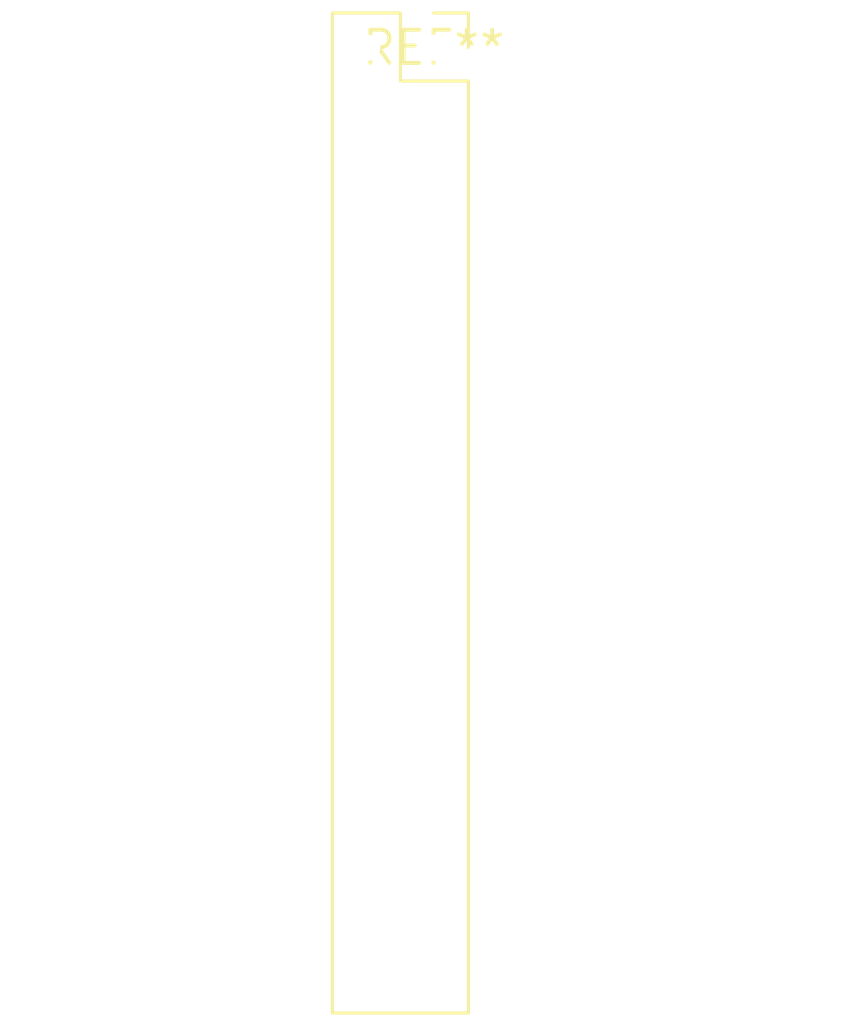
<source format=kicad_pcb>
(kicad_pcb (version 20240108) (generator pcbnew)
  (layers (0 "F.Cu" signal) (31 "B.Cu" signal) (34 "B.Paste" user) (35 "F.Paste" user) (36 "B.SilkS" user "B.Silkscreen") (37 "F.SilkS" user "F.Silkscreen") (38 "B.Mask" user) (39 "F.Mask" user) (44 "Edge.Cuts" user))
  (net 0 "")
  (footprint "PinSocket_2x15_P2.54mm_Vertical" (layer "F.Cu") (at 0 0)
    (property "Reference" "REF**")
    (property "Value" "PinSocket_2x15_P2.54mm_Vertical")
    (fp_line (start -3.87 -1.33) (end -3.87 36.89) (layer "F.SilkS") (stroke (width 0.12)))
    (fp_line (start -3.87 -1.33) (end -1.27 -1.33) (layer "F.SilkS") (stroke (width 0.12)))
    (fp_line (start -3.87 36.89) (end 1.33 36.89) (layer "F.SilkS") (stroke (width 0.12)))
    (fp_line (start -1.27 -1.33) (end -1.27 1.27) (layer "F.SilkS") (stroke (width 0.12)))
    (fp_line (start -1.27 1.27) (end 1.33 1.27) (layer "F.SilkS") (stroke (width 0.12)))
    (fp_line (start 0 -1.33) (end 1.33 -1.33) (layer "F.SilkS") (stroke (width 0.12)))
    (fp_line (start 1.33 -1.33) (end 1.33 0) (layer "F.SilkS") (stroke (width 0.12)))
    (fp_line (start 1.33 1.27) (end 1.33 36.89) (layer "F.SilkS") (stroke (width 0.12)))
    (pad "1" thru_hole rect (at 0 0) (size 1.7 1.7) (drill 1) (layers *.Cu *.Mask) (remove_unused_layers))
    (pad "2" thru_hole oval (at -2.54 0) (size 1.7 1.7) (drill 1) (layers *.Cu *.Mask) (remove_unused_layers))
    (pad "3" thru_hole oval (at 0 2.54) (size 1.7 1.7) (drill 1) (layers *.Cu *.Mask) (remove_unused_layers))
    (pad "4" thru_hole oval (at -2.54 2.54) (size 1.7 1.7) (drill 1) (layers *.Cu *.Mask) (remove_unused_layers))
    (pad "5" thru_hole oval (at 0 5.08) (size 1.7 1.7) (drill 1) (layers *.Cu *.Mask) (remove_unused_layers))
    (pad "6" thru_hole oval (at -2.54 5.08) (size 1.7 1.7) (drill 1) (layers *.Cu *.Mask) (remove_unused_layers))
    (pad "7" thru_hole oval (at 0 7.62) (size 1.7 1.7) (drill 1) (layers *.Cu *.Mask) (remove_unused_layers))
    (pad "8" thru_hole oval (at -2.54 7.62) (size 1.7 1.7) (drill 1) (layers *.Cu *.Mask) (remove_unused_layers))
    (pad "9" thru_hole oval (at 0 10.16) (size 1.7 1.7) (drill 1) (layers *.Cu *.Mask) (remove_unused_layers))
    (pad "10" thru_hole oval (at -2.54 10.16) (size 1.7 1.7) (drill 1) (layers *.Cu *.Mask) (remove_unused_layers))
    (pad "11" thru_hole oval (at 0 12.7) (size 1.7 1.7) (drill 1) (layers *.Cu *.Mask) (remove_unused_layers))
    (pad "12" thru_hole oval (at -2.54 12.7) (size 1.7 1.7) (drill 1) (layers *.Cu *.Mask) (remove_unused_layers))
    (pad "13" thru_hole oval (at 0 15.24) (size 1.7 1.7) (drill 1) (layers *.Cu *.Mask) (remove_unused_layers))
    (pad "14" thru_hole oval (at -2.54 15.24) (size 1.7 1.7) (drill 1) (layers *.Cu *.Mask) (remove_unused_layers))
    (pad "15" thru_hole oval (at 0 17.78) (size 1.7 1.7) (drill 1) (layers *.Cu *.Mask) (remove_unused_layers))
    (pad "16" thru_hole oval (at -2.54 17.78) (size 1.7 1.7) (drill 1) (layers *.Cu *.Mask) (remove_unused_layers))
    (pad "17" thru_hole oval (at 0 20.32) (size 1.7 1.7) (drill 1) (layers *.Cu *.Mask) (remove_unused_layers))
    (pad "18" thru_hole oval (at -2.54 20.32) (size 1.7 1.7) (drill 1) (layers *.Cu *.Mask) (remove_unused_layers))
    (pad "19" thru_hole oval (at 0 22.86) (size 1.7 1.7) (drill 1) (layers *.Cu *.Mask) (remove_unused_layers))
    (pad "20" thru_hole oval (at -2.54 22.86) (size 1.7 1.7) (drill 1) (layers *.Cu *.Mask) (remove_unused_layers))
    (pad "21" thru_hole oval (at 0 25.4) (size 1.7 1.7) (drill 1) (layers *.Cu *.Mask) (remove_unused_layers))
    (pad "22" thru_hole oval (at -2.54 25.4) (size 1.7 1.7) (drill 1) (layers *.Cu *.Mask) (remove_unused_layers))
    (pad "23" thru_hole oval (at 0 27.94) (size 1.7 1.7) (drill 1) (layers *.Cu *.Mask) (remove_unused_layers))
    (pad "24" thru_hole oval (at -2.54 27.94) (size 1.7 1.7) (drill 1) (layers *.Cu *.Mask) (remove_unused_layers))
    (pad "25" thru_hole oval (at 0 30.48) (size 1.7 1.7) (drill 1) (layers *.Cu *.Mask) (remove_unused_layers))
    (pad "26" thru_hole oval (at -2.54 30.48) (size 1.7 1.7) (drill 1) (layers *.Cu *.Mask) (remove_unused_layers))
    (pad "27" thru_hole oval (at 0 33.02) (size 1.7 1.7) (drill 1) (layers *.Cu *.Mask) (remove_unused_layers))
    (pad "28" thru_hole oval (at -2.54 33.02) (size 1.7 1.7) (drill 1) (layers *.Cu *.Mask) (remove_unused_layers))
    (pad "29" thru_hole oval (at 0 35.56) (size 1.7 1.7) (drill 1) (layers *.Cu *.Mask) (remove_unused_layers))
    (pad "30" thru_hole oval (at -2.54 35.56) (size 1.7 1.7) (drill 1) (layers *.Cu *.Mask) (remove_unused_layers))
  )
)
</source>
